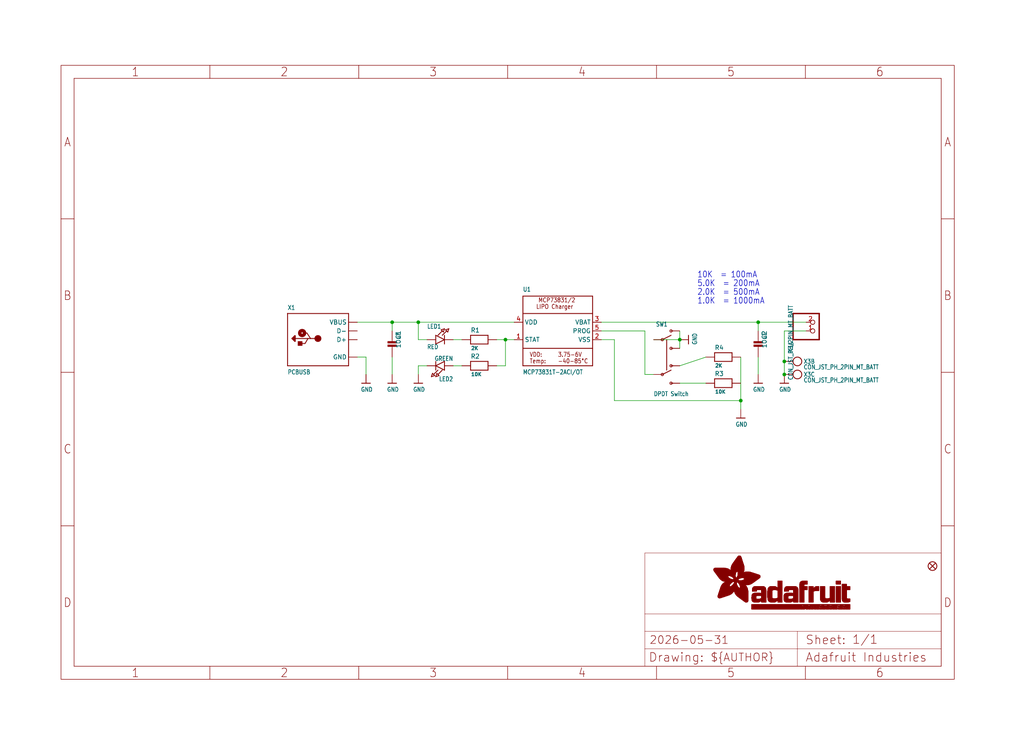
<source format=kicad_sch>
(kicad_sch (version 20230121) (generator eeschema)
  (paper "User" 298.45 217.322)
  (lib_symbols
    (symbol "working-eagle-import:CAP_CERAMIC0805-NOOUTLINE"
      (property "Reference" "C" (at -2.29 1.25 90))
      (symbol "CAP_CERAMIC0805-NOOUTLINE_1_0"
        (pin passive line (at 0 5.08 270) (length 2.54) (name "1") (number "1"))
        (pin passive line (at 0 -2.54 90) (length 2.54) (name "2") (number "2"))
      )
    )
    (symbol "working-eagle-import:CON_JST_PH_2PIN_MT_BATT"
      (property "Reference" "X" (at 0 5.588 90))
      (symbol "CON_JST_PH_2PIN_MT_BATT_1_0"
        (pin passive inverted (at -2.54 2.54 0) (length 2.54) (name "1") (number "1"))
        (pin passive inverted (at -2.54 0 0) (length 2.54) (name "2") (number "2"))
      )
      (symbol "CON_JST_PH_2PIN_MT_BATT_2_0"
        (pin bidirectional line (at 0 0 90) (length 2.54) (name "P$1") (number "NC2"))
      )
      (symbol "CON_JST_PH_2PIN_MT_BATT_3_0"
        (pin bidirectional line (at 0 0 90) (length 2.54) (name "P$1") (number "NC1"))
      )
    )
    (symbol "working-eagle-import:FIDUCIAL_1MM")
    (symbol "working-eagle-import:FRAME_A4_ADAFRUIT"
      (symbol "FRAME_A4_ADAFRUIT_1_0"
        (text "${#}/${##}" (at 230.505 10.16 0) (effects (font (size 2.54 2.54)) (justify left bottom)))
        (text "${AUTHOR}" (at 189.23 5.08 0) (effects (font (size 2.286 2.286)) (justify left bottom)))
        (text "${CURRENT_DATE}" (at 171.45 10.16 0) (effects (font (size 2.286 2.286)) (justify left bottom)))
        (text "${PROJECTNAME}" (at 171.45 15.24 0) (effects (font (size 2.54 2.54)) (justify left bottom)))
        (text "1" (at 21.6958 1.905 0) (effects (font (size 2.54 2.286))))
        (text "1" (at 21.6958 177.165 0) (effects (font (size 2.54 2.286))))
        (text "2" (at 65.0875 1.905 0) (effects (font (size 2.54 2.286))))
        (text "2" (at 65.0875 177.165 0) (effects (font (size 2.54 2.286))))
        (text "3" (at 108.4792 1.905 0) (effects (font (size 2.54 2.286))))
        (text "3" (at 108.4792 177.165 0) (effects (font (size 2.54 2.286))))
        (text "4" (at 151.8708 1.905 0) (effects (font (size 2.54 2.286))))
        (text "4" (at 151.8708 177.165 0) (effects (font (size 2.54 2.286))))
        (text "5" (at 195.2625 1.905 0) (effects (font (size 2.54 2.286))))
        (text "5" (at 195.2625 177.165 0) (effects (font (size 2.54 2.286))))
        (text "6" (at 238.6542 1.905 0) (effects (font (size 2.54 2.286))))
        (text "6" (at 238.6542 177.165 0) (effects (font (size 2.54 2.286))))
        (text "A" (at 1.905 156.6863 0) (effects (font (size 2.54 2.286))))
        (text "A" (at 258.445 156.6863 0) (effects (font (size 2.54 2.286))))
        (text "Adafruit Industries" (at 216.916 4.953 0) (effects (font (size 2.54 2.54)) (justify left bottom)))
        (text "B" (at 1.905 111.9188 0) (effects (font (size 2.54 2.286))))
        (text "B" (at 258.445 111.9188 0) (effects (font (size 2.54 2.286))))
        (text "C" (at 1.905 67.1513 0) (effects (font (size 2.54 2.286))))
        (text "C" (at 258.445 67.1513 0) (effects (font (size 2.54 2.286))))
        (text "D" (at 1.905 22.3838 0) (effects (font (size 2.54 2.286))))
        (text "D" (at 258.445 22.3838 0) (effects (font (size 2.54 2.286))))
        (text "Drawing:" (at 171.196 4.953 0) (effects (font (size 2.54 2.54)) (justify left bottom)))
        (text "Sheet:" (at 216.916 10.033 0) (effects (font (size 2.54 2.54)) (justify left bottom)))
      )
    )
    (symbol "working-eagle-import:GND" (power)
      (property "Value" "GND" (at -1.524 -2.54 0))
      (symbol "GND_1_0"
        (pin power_in line (at 0 2.54 270) (length 2.54) (name "GND") (number "1"))
      )
    )
    (symbol "working-eagle-import:LED0603_NOOUTLINE"
      (property "Reference" "D" (at -1.27 4.445 0))
      (symbol "LED0603_NOOUTLINE_1_0"
        (pin passive line (at -5.08 0 0) (length 2.54) (name "A") (number "A"))
        (pin passive line (at 2.54 0 180) (length 2.54) (name "C") (number "C"))
      )
    )
    (symbol "working-eagle-import:MCP73831/2"
      (property "Reference" "U" (at -10.16 11.43 0))
      (symbol "MCP73831/2_1_0"
        (text "-40-85°C" (at 0 -9.525 0) (effects (font (size 1.27 1.0795)) (justify left bottom)))
        (text "3.75-6V" (at 0 -7.62 0) (effects (font (size 1.27 1.0795)) (justify left bottom)))
        (text "LIPO Charger" (at -6.35 6.35 0) (effects (font (size 1.27 1.0795)) (justify left bottom)))
        (text "MCP73831/2" (at -5.715 8.255 0) (effects (font (size 1.27 1.0795)) (justify left bottom)))
        (text "Temp:" (at -8.255 -9.525 0) (effects (font (size 1.27 1.0795)) (justify left bottom)))
        (text "VDD:" (at -8.255 -7.62 0) (effects (font (size 1.27 1.0795)) (justify left bottom)))
        (pin output line (at -12.7 -2.54 0) (length 2.54) (name "STAT") (number "1"))
        (pin power_in line (at 12.7 -2.54 180) (length 2.54) (name "VSS") (number "2"))
        (pin power_in line (at 12.7 2.54 180) (length 2.54) (name "VBAT") (number "3"))
        (pin power_in line (at -12.7 2.54 0) (length 2.54) (name "VDD") (number "4"))
        (pin input line (at 12.7 0 180) (length 2.54) (name "PROG") (number "5"))
      )
    )
    (symbol "working-eagle-import:RESISTOR_0603_NOOUT"
      (property "Reference" "R" (at 0 2.54 0))
      (symbol "RESISTOR_0603_NOOUT_1_0"
        (pin passive line (at -5.08 0 0) (length 2.54) (name "1") (number "1"))
        (pin passive line (at 5.08 0 180) (length 2.54) (name "2") (number "2"))
      )
    )
    (symbol "working-eagle-import:SWITCH_DPDTEG1390"
      (property "Reference" "SW" (at -4.445 8.89 0))
      (symbol "SWITCH_DPDTEG1390_1_0"
        (pin passive line (at 2.54 7.62 180) (length 2.54) (name "O1") (number "O1"))
        (pin passive line (at 2.54 -2.54 180) (length 2.54) (name "O2") (number "O2"))
        (pin passive line (at -5.08 5.08 0) (length 2.54) (name "P1") (number "P1"))
        (pin passive line (at -5.08 -5.08 0) (length 2.54) (name "P2") (number "P2"))
        (pin passive line (at 2.54 2.54 180) (length 2.54) (name "S1") (number "S1"))
        (pin passive line (at 2.54 -7.62 180) (length 2.54) (name "S2") (number "S2"))
      )
    )
    (symbol "working-eagle-import:USB_TYPEAPCB"
      (property "Reference" "X" (at -10.16 8.636 0))
      (symbol "USB_TYPEAPCB_1_0"
        (pin power_in line (at 10.16 -5.08 180) (length 2.54) (name "GND") (number "GND"))
        (pin bidirectional line (at 10.16 2.54 180) (length 2.54) (name "D-") (number "USB_NEG"))
        (pin bidirectional line (at 10.16 0 180) (length 2.54) (name "D+") (number "USB_PLUS"))
        (pin power_in line (at 10.16 5.08 180) (length 2.54) (name "VBUS") (number "VCC"))
      )
    )
  )
  (junction (at 228.6 105.41))
  (junction (at 215.9 116.84))
  (junction (at 121.92 93.98))
  (junction (at 114.3 93.98))
  (junction (at 198.12 99.06))
  (junction (at 220.98 93.98))
  (junction (at 228.6 109.22))
  (junction (at 147.32 99.06))
  (wire (pts (xy 114.3 96.52) (xy 114.3 93.98)) (stroke (width 0.1524)))
  (wire (pts (xy 198.12 111.76) (xy 205.74 111.76)) (stroke (width 0.1524)))
  (wire (pts (xy 228.6 96.52) (xy 228.6 105.41)) (stroke (width 0.1524)))
  (wire (pts (xy 215.9 116.84) (xy 215.9 119.38)) (stroke (width 0.1524)))
  (wire (pts (xy 124.46 106.68) (xy 121.92 106.68)) (stroke (width 0.1524)))
  (wire (pts (xy 198.12 99.06) (xy 198.12 96.52)) (stroke (width 0.1524)))
  (wire (pts (xy 175.26 96.52) (xy 187.96 96.52)) (stroke (width 0.1524)))
  (wire (pts (xy 179.07 99.06) (xy 179.07 116.84)) (stroke (width 0.1524)))
  (wire (pts (xy 220.98 96.52) (xy 220.98 93.98)) (stroke (width 0.1524)))
  (wire (pts (xy 179.07 116.84) (xy 215.9 116.84)) (stroke (width 0.1524)))
  (wire (pts (xy 104.14 93.98) (xy 114.3 93.98)) (stroke (width 0.1524)))
  (wire (pts (xy 134.62 106.68) (xy 132.08 106.68)) (stroke (width 0.1524)))
  (wire (pts (xy 190.5 109.22) (xy 187.96 109.22)) (stroke (width 0.1524)))
  (wire (pts (xy 147.32 106.68) (xy 147.32 99.06)) (stroke (width 0.1524)))
  (wire (pts (xy 121.92 106.68) (xy 121.92 109.22)) (stroke (width 0.1524)))
  (wire (pts (xy 106.68 104.14) (xy 106.68 109.22)) (stroke (width 0.1524)))
  (wire (pts (xy 198.12 99.06) (xy 198.12 101.6)) (stroke (width 0.1524)))
  (wire (pts (xy 190.5 99.06) (xy 198.12 99.06)) (stroke (width 0.1524)))
  (wire (pts (xy 234.95 93.98) (xy 220.98 93.98)) (stroke (width 0.1524)))
  (wire (pts (xy 187.96 109.22) (xy 187.96 96.52)) (stroke (width 0.1524)))
  (wire (pts (xy 220.98 93.98) (xy 175.26 93.98)) (stroke (width 0.1524)))
  (wire (pts (xy 114.3 93.98) (xy 121.92 93.98)) (stroke (width 0.1524)))
  (wire (pts (xy 147.32 99.06) (xy 149.86 99.06)) (stroke (width 0.1524)))
  (wire (pts (xy 215.9 104.14) (xy 215.9 116.84)) (stroke (width 0.1524)))
  (wire (pts (xy 175.26 99.06) (xy 179.07 99.06)) (stroke (width 0.1524)))
  (wire (pts (xy 220.98 104.14) (xy 220.98 109.22)) (stroke (width 0.1524)))
  (wire (pts (xy 121.92 93.98) (xy 149.86 93.98)) (stroke (width 0.1524)))
  (wire (pts (xy 198.12 106.68) (xy 205.74 104.14)) (stroke (width 0.1524)))
  (wire (pts (xy 114.3 104.14) (xy 114.3 109.22)) (stroke (width 0.1524)))
  (wire (pts (xy 104.14 104.14) (xy 106.68 104.14)) (stroke (width 0.1524)))
  (wire (pts (xy 144.78 106.68) (xy 147.32 106.68)) (stroke (width 0.1524)))
  (wire (pts (xy 234.95 96.52) (xy 228.6 96.52)) (stroke (width 0.1524)))
  (wire (pts (xy 228.6 105.41) (xy 228.6 109.22)) (stroke (width 0.1524)))
  (wire (pts (xy 132.08 99.06) (xy 134.62 99.06)) (stroke (width 0.1524)))
  (wire (pts (xy 121.92 99.06) (xy 121.92 93.98)) (stroke (width 0.1524)))
  (wire (pts (xy 124.46 99.06) (xy 121.92 99.06)) (stroke (width 0.1524)))
  (wire (pts (xy 144.78 99.06) (xy 147.32 99.06)) (stroke (width 0.1524)))
  (text "5.0K  = 200mA" (at 203.2 83.82 0) (effects (font (size 1.778 1.5113)) (justify left bottom)))
  (text "10K  = 100mA" (at 203.2 81.28 0) (effects (font (size 1.778 1.5113)) (justify left bottom)))
  (text "1.0K  = 1000mA" (at 203.2 88.9 0) (effects (font (size 1.778 1.5113)) (justify left bottom)))
  (text "2.0K  = 500mA" (at 203.2 86.36 0) (effects (font (size 1.778 1.5113)) (justify left bottom)))
  (symbol (lib_id "working-eagle-import:SWITCH_DPDTEG1390") (at 195.58 104.14 0) (unit 1)
    (property "Reference" "SW1" (at 191.135 95.25 0) (effects (font (size 1.27 1.0795)) (justify left bottom)))
    (property "Value" "DPDT Switch" (at 190.5 115.57 0) (effects (font (size 1.27 1.0795)) (justify left bottom)))
    (property "Footprint" "working:EG1390" (effects hide))
  )
  (symbol (lib_id "working-eagle-import:CON_JST_PH_2PIN_MT_BATT") (at 228.6 109.22 270) (unit 3)
    (property "Reference" "X3" (at 234.188 109.22 90) (effects (font (size 1.27 1.0795)) (justify left)))
    (property "Value" "CON_JST_PH_2PIN_MT_BATT" (at 234.188 110.871 90) (effects (font (size 1.27 1.0795)) (justify left)))
    (property "Footprint" "working:JSTPH2_BATT" (effects hide))
  )
  (symbol (lib_id "working-eagle-import:CAP_CERAMIC0805-NOOUTLINE") (at 114.3 101.6 0) (unit 1)
    (property "Reference" "C1" (at 116.84 99.06 90) (effects (justify left bottom)))
    (property "Value" "10uF" (at 116.84 101.6 90) (effects (justify left bottom)))
    (property "Footprint" "working:0805-NO" (effects hide))
  )
  (symbol (lib_id "working-eagle-import:GND") (at 228.6 111.76 0) (unit 1)
    (property "Reference" "#U$4" (effects hide))
    (property "Value" "GND" (at 227.076 114.3 0) (effects (font (size 1.27 1.0795)) (justify left bottom)))
  )
  (symbol (lib_id "working-eagle-import:USB_TYPEAPCB") (at 93.98 99.06 0) (unit 1)
    (property "Reference" "X1" (at 83.82 90.424 0) (effects (font (size 1.27 1.0795)) (justify left bottom)))
    (property "Value" "PCBUSB" (at 83.82 109.22 0) (effects (font (size 1.27 1.0795)) (justify left bottom)))
    (property "Footprint" "working:USBA_PCB" (effects hide))
  )
  (symbol (lib_id "working-eagle-import:CAP_CERAMIC0805-NOOUTLINE") (at 220.98 101.6 0) (unit 1)
    (property "Reference" "C2" (at 223.52 99.06 90) (effects (justify left bottom)))
    (property "Value" "10uF" (at 223.52 101.6 90) (effects (justify left bottom)))
    (property "Footprint" "working:0805-NO" (effects hide))
  )
  (symbol (lib_id "working-eagle-import:CON_JST_PH_2PIN_MT_BATT") (at 228.6 105.41 270) (unit 2)
    (property "Reference" "X3" (at 234.188 105.41 90) (effects (font (size 1.27 1.0795)) (justify left)))
    (property "Value" "CON_JST_PH_2PIN_MT_BATT" (at 234.188 107.061 90) (effects (font (size 1.27 1.0795)) (justify left)))
    (property "Footprint" "working:JSTPH2_BATT" (effects hide))
  )
  (symbol (lib_id "working-eagle-import:RESISTOR_0603_NOOUT") (at 139.7 99.06 0) (unit 1)
    (property "Reference" "R1" (at 137.16 97.028 0) (effects (justify left bottom)))
    (property "Value" "2K" (at 137.16 102.235 0) (effects (font (size 1.016 1.016) bold) (justify left bottom)))
    (property "Footprint" "working:0603-NO" (effects hide))
  )
  (symbol (lib_id "working-eagle-import:FIDUCIAL_1MM") (at 271.78 165.1 0) (unit 1)
    (property "Reference" "FID1" (effects hide))
    (property "Value" "FIDUCIAL_1MM" (effects hide))
    (property "Footprint" "working:FIDUCIAL_1MM" (effects hide))
  )
  (symbol (lib_id "working-eagle-import:LED0603_NOOUTLINE") (at 129.54 99.06 0) (unit 1)
    (property "Reference" "LED1" (at 124.46 95.885 0) (effects (font (size 1.27 1.0795)) (justify left bottom)))
    (property "Value" "RED" (at 124.46 101.854 0) (effects (font (size 1.27 1.0795)) (justify left bottom)))
    (property "Footprint" "working:CHIPLED_0603_NOOUTLINE" (effects hide))
  )
  (symbol (lib_id "working-eagle-import:FRAME_A4_ADAFRUIT") (at 17.78 198.12 0) (unit 1)
    (property "Reference" "#U$1" (effects hide))
    (property "Value" "FRAME_A4_ADAFRUIT" (effects hide))
  )
  (symbol (lib_id "working-eagle-import:LED0603_NOOUTLINE") (at 127 106.68 180) (unit 1)
    (property "Reference" "LED2" (at 132.08 109.855 0) (effects (font (size 1.27 1.0795)) (justify left bottom)))
    (property "Value" "GREEN" (at 132.08 103.886 0) (effects (font (size 1.27 1.0795)) (justify left bottom)))
    (property "Footprint" "working:CHIPLED_0603_NOOUTLINE" (effects hide))
  )
  (symbol (lib_id "working-eagle-import:GND") (at 200.66 99.06 90) (unit 1)
    (property "Reference" "#U$10" (effects hide))
    (property "Value" "GND" (at 203.2 100.584 0) (effects (font (size 1.27 1.0795)) (justify left bottom)))
  )
  (symbol (lib_id "working-eagle-import:GND") (at 114.3 111.76 0) (unit 1)
    (property "Reference" "#U$3" (effects hide))
    (property "Value" "GND" (at 112.776 114.3 0) (effects (font (size 1.27 1.0795)) (justify left bottom)))
  )
  (symbol (lib_id "working-eagle-import:GND") (at 121.92 111.76 0) (unit 1)
    (property "Reference" "#U$7" (effects hide))
    (property "Value" "GND" (at 120.396 114.3 0) (effects (font (size 1.27 1.0795)) (justify left bottom)))
  )
  (symbol (lib_id "working-eagle-import:CON_JST_PH_2PIN_MT_BATT") (at 237.49 93.98 0) (mirror x) (unit 1)
    (property "Reference" "X3" (at 231.14 99.695 90) (effects (font (size 1.27 1.0795)) (justify left bottom)))
    (property "Value" "CON_JST_PH_2PIN_MT_BATT" (at 231.14 88.9 90) (effects (font (size 1.27 1.0795)) (justify left bottom)))
    (property "Footprint" "working:JSTPH2_BATT" (effects hide))
  )
  (symbol (lib_id "working-eagle-import:GND") (at 106.68 111.76 0) (unit 1)
    (property "Reference" "#U$2" (effects hide))
    (property "Value" "GND" (at 105.156 114.3 0) (effects (font (size 1.27 1.0795)) (justify left bottom)))
  )
  (symbol (lib_id "working-eagle-import:RESISTOR_0603_NOOUT") (at 139.7 106.68 0) (unit 1)
    (property "Reference" "R2" (at 137.16 104.648 0) (effects (justify left bottom)))
    (property "Value" "10K" (at 137.16 109.855 0) (effects (font (size 1.016 1.016) bold) (justify left bottom)))
    (property "Footprint" "working:0603-NO" (effects hide))
  )
  (symbol (lib_id "working-eagle-import:RESISTOR_0603_NOOUT") (at 210.82 111.76 0) (unit 1)
    (property "Reference" "R3" (at 208.28 109.728 0) (effects (justify left bottom)))
    (property "Value" "10K" (at 208.28 114.935 0) (effects (font (size 1.016 1.016) bold) (justify left bottom)))
    (property "Footprint" "working:0603-NO" (effects hide))
  )
  (symbol (lib_id "working-eagle-import:GND") (at 215.9 121.92 0) (unit 1)
    (property "Reference" "#U$6" (effects hide))
    (property "Value" "GND" (at 214.376 124.46 0) (effects (font (size 1.27 1.0795)) (justify left bottom)))
  )
  (symbol (lib_id "working-eagle-import:GND") (at 220.98 111.76 0) (unit 1)
    (property "Reference" "#U$5" (effects hide))
    (property "Value" "GND" (at 219.456 114.3 0) (effects (font (size 1.27 1.0795)) (justify left bottom)))
  )
  (symbol (lib_id "working-eagle-import:RESISTOR_0603_NOOUT") (at 210.82 104.14 0) (unit 1)
    (property "Reference" "R4" (at 208.28 102.108 0) (effects (justify left bottom)))
    (property "Value" "2K" (at 208.28 107.315 0) (effects (font (size 1.016 1.016) bold) (justify left bottom)))
    (property "Footprint" "working:0603-NO" (effects hide))
  )
  (symbol (lib_id "working-eagle-import:MCP73831/2") (at 162.56 96.52 0) (unit 1)
    (property "Reference" "U1" (at 152.4 85.09 0) (effects (font (size 1.27 1.0795)) (justify left bottom)))
    (property "Value" "MCP73831T-2ACI/OT" (at 152.4 109.22 0) (effects (font (size 1.27 1.0795)) (justify left bottom)))
    (property "Footprint" "working:SOT23-5" (effects hide))
  )
)
</source>
